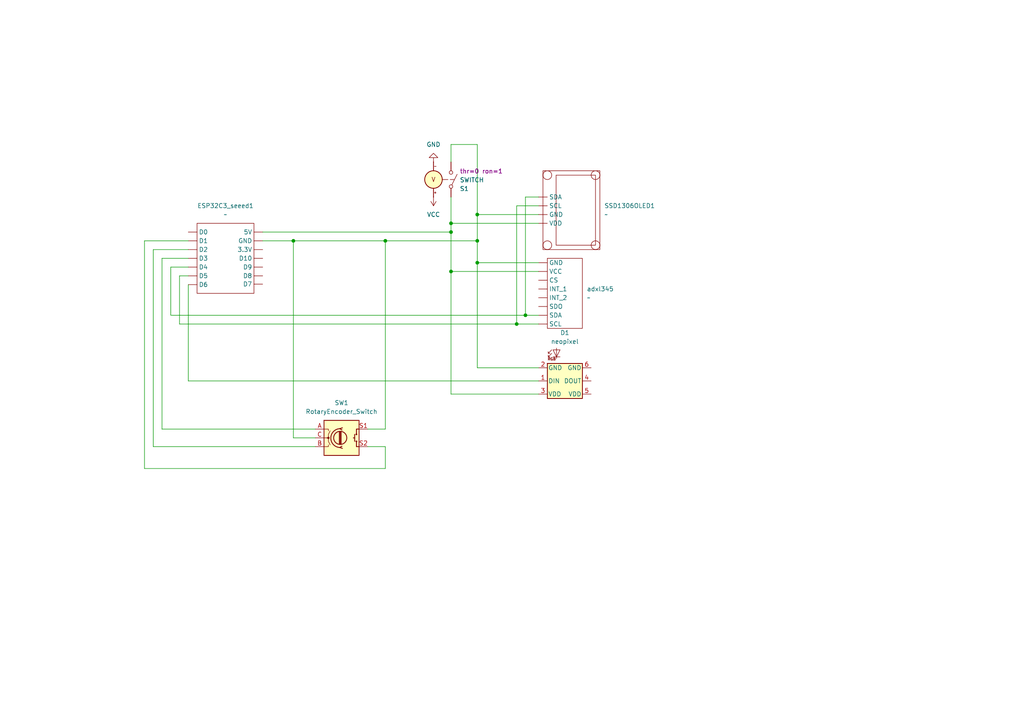
<source format=kicad_sch>
(kicad_sch (version 20250114) (generator "eeschema") (generator_version "9.0")
  (paper "A4")
  (lib_symbols
    (symbol "Device:RotaryEncoder_Switch" (pin_names (offset 0.254) (hide yes))
      (property "Reference" "SW" (at 0 6.604 0))
      (property "Value" "RotaryEncoder_Switch" (at 0 -6.604 0))
      (symbol "RotaryEncoder_Switch_0_1"
        (rectangle (start -5.08 5.08) (end 5.08 -5.08) (stroke (width 0.254)) (fill (type background)))
        (polyline (pts (xy -5.08 2.54) (xy -3.81 2.54) (xy -3.81 2.032)))
        (polyline (pts (xy -5.08 0) (xy -3.81 0) (xy -3.81 -1.016) (xy -3.302 -2.032)))
        (polyline (pts (xy -5.08 -2.54) (xy -3.81 -2.54) (xy -3.81 -2.032)))
        (polyline (pts (xy -4.318 0) (xy -3.81 0) (xy -3.81 1.016) (xy -3.302 2.032)))
        (circle (center -3.81 0) (radius 0.254) (fill (type outline)))
        (polyline (pts (xy -0.635 -1.778) (xy -0.635 1.778)) (stroke (width 0.254)))
        (circle (center -0.381 0) (radius 1.905) (stroke (width 0.254)))
        (polyline (pts (xy -0.381 -1.778) (xy -0.381 1.778)) (stroke (width 0.254)))
        (arc (start -0.381 -2.794) (mid -3.0988 -0.0635) (end -0.381 2.667) (stroke (width 0.254)))
        (polyline (pts (xy -0.127 1.778) (xy -0.127 -1.778)) (stroke (width 0.254)))
        (polyline (pts (xy 0.254 2.921) (xy -0.508 2.667) (xy 0.127 2.286)) (stroke (width 0.254)))
        (polyline (pts (xy 0.254 -3.048) (xy -0.508 -2.794) (xy 0.127 -2.413)) (stroke (width 0.254)))
        (polyline (pts (xy 3.81 1.016) (xy 3.81 -1.016)) (stroke (width 0.254)))
        (polyline (pts (xy 3.81 0) (xy 3.429 0)) (stroke (width 0.254)))
        (circle (center 4.318 1.016) (radius 0.127) (stroke (width 0.254)))
        (circle (center 4.318 -1.016) (radius 0.127) (stroke (width 0.254)))
        (polyline (pts (xy 5.08 2.54) (xy 4.318 2.54) (xy 4.318 1.016)) (stroke (width 0.254)))
        (polyline (pts (xy 5.08 -2.54) (xy 4.318 -2.54) (xy 4.318 -1.016)) (stroke (width 0.254)))
      )
      (symbol "RotaryEncoder_Switch_1_1"
        (pin passive line (at -7.62 2.54 0) (length 2.54) (name "A") (number "A"))
        (pin passive line (at -7.62 0 0) (length 2.54) (name "C") (number "C"))
        (pin passive line (at -7.62 -2.54 0) (length 2.54) (name "B") (number "B"))
        (pin passive line (at 7.62 2.54 180) (length 2.54) (name "S1") (number "S1"))
        (pin passive line (at 7.62 -2.54 180) (length 2.54) (name "S2") (number "S2"))
      )
    )
    (symbol "New_Library:ESP32C3"
      (property "Reference" "ESP32C3_seeed" (at 0 0 0))
      (symbol "ESP32C3_0_1"
        (rectangle (start 3.81 21.59) (end 20.32 1.27))
      )
      (symbol "ESP32C3_1_1"
        (pin bidirectional line (at 1.27 19.05 0) (length 2.54) (name "D0") (number ""))
        (pin bidirectional line (at 1.27 16.51 0) (length 2.54) (name "D1") (number ""))
        (pin bidirectional line (at 1.27 13.97 0) (length 2.54) (name "D2") (number ""))
        (pin bidirectional line (at 1.27 11.43 0) (length 2.54) (name "D3") (number ""))
        (pin bidirectional line (at 1.27 8.89 0) (length 2.54) (name "D4") (number ""))
        (pin bidirectional line (at 1.27 6.35 0) (length 2.54) (name "D5") (number ""))
        (pin bidirectional line (at 1.27 3.81 0) (length 2.54) (name "D6") (number ""))
        (pin bidirectional line (at 22.8404 3.953 180) (length 2.54) (name "D7") (number ""))
        (pin power_in line (at 22.86 19.05 180) (length 2.54) (name "5V") (number ""))
        (pin power_in line (at 22.86 16.51 180) (length 2.54) (name "GND") (number ""))
        (pin power_in line (at 22.86 13.97 180) (length 2.54) (name "3.3V") (number ""))
        (pin bidirectional line (at 22.86 11.43 180) (length 2.54) (name "D10") (number ""))
        (pin bidirectional line (at 22.86 8.89 180) (length 2.54) (name "D9") (number ""))
        (pin bidirectional line (at 22.86 6.35 180) (length 2.54) (name "D8") (number ""))
      )
    )
    (symbol "New_Library:SSD1306_OLED"
      (property "Reference" "SSD1306OLED" (at 0 0 0))
      (symbol "SSD1306_OLED_0_1"
        (rectangle (start 1.27 20.32) (end 24.13 3.81))
        (circle (center 2.54 19.05) (radius 1.27))
        (rectangle (start 2.54 16.51) (end 22.86 5.08))
        (circle (center 2.54 5.08) (radius 1.27))
        (circle (center 22.86 19.05) (radius 1.27))
        (circle (center 22.86 5.08) (radius 1.27))
      )
      (symbol "SSD1306_OLED_1_1"
        (pin power_in line (at 8.89 21.59 270) (length 2.54) (name "VDD") (number ""))
        (pin power_in line (at 11.43 21.59 270) (length 2.54) (name "GND") (number ""))
        (pin bidirectional line (at 13.97 21.59 270) (length 2.54) (name "SCL") (number ""))
        (pin bidirectional line (at 16.51 21.59 270) (length 2.54) (name "SDA") (number ""))
      )
    )
    (symbol "New_Library:adxl345"
      (property "Reference" "adxl345" (at -0.254 -3.302 0))
      (symbol "adxl345_0_1"
        (rectangle (start 5.08 19.05) (end 15.24 -1.27))
      )
      (symbol "adxl345_1_1"
        (pin input line (at 2.54 17.78 0) (length 2.54) (name "GND") (number ""))
        (pin input line (at 2.54 15.24 0) (length 2.54) (name "VCC") (number ""))
        (pin input line (at 2.54 12.7 0) (length 2.54) (name "CS") (number ""))
        (pin output line (at 2.54 10.16 0) (length 2.54) (name "INT_1") (number ""))
        (pin output line (at 2.54 7.62 0) (length 2.54) (name "INT_2") (number ""))
        (pin output line (at 2.54 5.08 0) (length 2.54) (name "SDO") (number ""))
        (pin bidirectional line (at 2.54 2.54 0) (length 2.54) (name "SDA") (number ""))
        (pin bidirectional line (at 2.54 0 0) (length 2.54) (name "SCL") (number ""))
      )
    )
    (symbol "New_Library:neopixel" (pin_names (offset 0.254))
      (property "Reference" "D" (at 5.08 5.715 0))
      (property "Value" "neopixel" (at 1.27 -5.715 0))
      (symbol "neopixel_0_0"
        (text "RGB" (at -3.81 6.35 0) (effects (font (size 0.762 0.762))))
      )
      (symbol "neopixel_0_1"
        (polyline (pts (xy -4.826 8.001) (xy -4.318 8.001)))
        (polyline (pts (xy -4.826 6.985) (xy -4.318 6.985)))
        (polyline (pts (xy -3.81 9.017) (xy -4.826 8.001) (xy -4.826 8.509)))
        (polyline (pts (xy -3.81 8.001) (xy -4.826 6.985) (xy -4.826 7.493)))
        (polyline (pts (xy -2.413 9.525) (xy -2.413 6.985) (xy -2.413 6.477)))
        (polyline (pts (xy -1.397 9.017) (xy -3.429 9.017) (xy -2.413 6.985) (xy -1.397 9.017)))
        (polyline (pts (xy -1.397 6.985) (xy -3.429 6.985)))
        (rectangle (start 5.08 5.08) (end -5.08 -5.08) (stroke (width 0.254)) (fill (type background)))
      )
      (symbol "neopixel_1_1"
        (pin power_in line (at -7.62 3.81 0) (length 2.54) (name "GND") (number "2"))
        (pin input line (at -7.62 0 0) (length 2.54) (name "DIN") (number "1"))
        (pin power_in line (at -7.62 -3.81 0) (length 2.54) (name "VDD") (number "3"))
        (pin output line (at 7.62 3.81 180) (length 2.54) (name "GND") (number "6"))
        (pin output line (at 7.62 0 180) (length 2.54) (name "DOUT") (number "4"))
        (pin output line (at 7.62 -3.81 180) (length 2.54) (name "VDD") (number "5"))
      )
    )
    (symbol "Simulation_SPICE:SWITCH" (pin_numbers (hide yes)) (pin_names (offset 1.016) (hide yes))
      (property "Reference" "S" (at 2.54 2.54 0))
      (property "Value" "SWITCH" (at 2.54 0 0))
      (property "Sim.Params" "thr=0 ron=1" (at 2.54 -2.54 0))
      (symbol "SWITCH_0_1"
        (circle (center 0 2.032) (radius 0.508))
        (circle (center 0 -2.032) (radius 0.508))
        (polyline (pts (xy 0.254 1.524) (xy 1.778 -1.524)))
      )
      (symbol "SWITCH_1_1"
        (circle (center -5.08 0) (radius 2.54) (stroke (width 0.254)) (fill (type background)))
        (polyline (pts (xy -4.826 3.81) (xy -4.318 3.81)))
        (polyline (pts (xy -4.826 -3.81) (xy -4.318 -3.81)))
        (polyline (pts (xy -4.572 4.064) (xy -4.572 3.556)))
        (polyline (pts (xy -2.54 0) (xy 0.889 0)) (stroke (width 0) (type dash)))
        (text "V" (at -5.08 0 0) (effects (font (size 1.27 1.27))))
        (pin input line (at -5.08 5.08 270) (length 2.54) (name "C+") (number "3"))
        (pin input line (at -5.08 -5.08 90) (length 2.54) (name "C-") (number "4"))
        (pin passive line (at 0 5.08 270) (length 2.54) (name "N+") (number "1"))
        (pin passive line (at 0 -5.08 90) (length 2.54) (name "N-") (number "2"))
      )
    )
    (symbol "power:GND" (power) (pin_numbers (hide yes)) (pin_names (offset 0) (hide yes))
      (property "Value" "GND" (at 0 -3.81 0))
      (symbol "GND_0_1"
        (polyline (pts (xy 0 0) (xy 0 -1.27) (xy 1.27 -1.27) (xy 0 -2.54) (xy -1.27 -1.27) (xy 0 -1.27)))
      )
      (symbol "GND_1_1"
        (pin power_in line (at 0 0 270) (length 0) (name "~") (number "1"))
      )
    )
    (symbol "power:VCC" (power) (pin_numbers (hide yes)) (pin_names (offset 0) (hide yes))
      (property "Value" "VCC" (at 0 3.556 0))
      (symbol "VCC_0_1"
        (polyline (pts (xy -0.762 1.27) (xy 0 2.54)))
        (polyline (pts (xy 0 2.54) (xy 0.762 1.27)))
        (polyline (pts (xy 0 0) (xy 0 2.54)))
      )
      (symbol "VCC_1_1"
        (pin power_in line (at 0 0 90) (length 0) (name "~") (number "1"))
      )
    )
  )
  (junction (at 152.4 91.44))
  (junction (at 149.86 93.98))
  (junction (at 138.43 76.2))
  (junction (at 138.43 69.85))
  (junction (at 138.43 62.23))
  (junction (at 130.81 64.77))
  (junction (at 130.81 78.74))
  (junction (at 111.76 69.85))
  (junction (at 85.09 69.85))
  (junction (at 130.81 67.31))
  (wire (pts (xy 52.07 93.98) (xy 149.86 93.98)))
  (wire (pts (xy 91.44 127) (xy 85.09 127)))
  (wire (pts (xy 156.21 57.15) (xy 152.4 57.15)))
  (wire (pts (xy 130.81 46.99) (xy 130.81 41.91)))
  (wire (pts (xy 106.68 129.54) (xy 111.76 129.54)))
  (wire (pts (xy 156.21 106.68) (xy 138.43 106.68)))
  (wire (pts (xy 49.53 77.47) (xy 49.53 91.44)))
  (wire (pts (xy 156.21 78.74) (xy 130.81 78.74)))
  (wire (pts (xy 111.76 69.85) (xy 138.43 69.85)))
  (wire (pts (xy 138.43 76.2) (xy 156.21 76.2)))
  (wire (pts (xy 41.91 135.89) (xy 41.91 69.85)))
  (wire (pts (xy 54.61 110.49) (xy 156.21 110.49)))
  (wire (pts (xy 85.09 69.85) (xy 111.76 69.85)))
  (wire (pts (xy 130.81 78.74) (xy 130.81 67.31)))
  (wire (pts (xy 149.86 59.69) (xy 149.86 93.98)))
  (wire (pts (xy 149.86 93.98) (xy 156.21 93.98)))
  (wire (pts (xy 138.43 69.85) (xy 138.43 76.2)))
  (wire (pts (xy 111.76 129.54) (xy 111.76 135.89)))
  (wire (pts (xy 138.43 62.23) (xy 138.43 69.85)))
  (wire (pts (xy 44.45 72.39) (xy 54.61 72.39)))
  (wire (pts (xy 41.91 69.85) (xy 54.61 69.85)))
  (wire (pts (xy 138.43 62.23) (xy 156.21 62.23)))
  (wire (pts (xy 106.68 124.46) (xy 111.76 124.46)))
  (wire (pts (xy 44.45 129.54) (xy 44.45 72.39)))
  (wire (pts (xy 152.4 57.15) (xy 152.4 91.44)))
  (wire (pts (xy 54.61 82.55) (xy 54.61 110.49)))
  (wire (pts (xy 130.81 64.77) (xy 130.81 67.31)))
  (wire (pts (xy 85.09 69.85) (xy 85.09 127)))
  (wire (pts (xy 111.76 135.89) (xy 41.91 135.89)))
  (wire (pts (xy 156.21 59.69) (xy 149.86 59.69)))
  (wire (pts (xy 52.07 80.01) (xy 52.07 93.98)))
  (wire (pts (xy 152.4 91.44) (xy 156.21 91.44)))
  (wire (pts (xy 130.81 78.74) (xy 130.81 114.3)))
  (wire (pts (xy 46.99 74.93) (xy 54.61 74.93)))
  (wire (pts (xy 54.61 77.47) (xy 49.53 77.47)))
  (wire (pts (xy 130.81 57.15) (xy 130.81 64.77)))
  (wire (pts (xy 85.09 69.85) (xy 76.2 69.85)))
  (wire (pts (xy 130.81 41.91) (xy 138.43 41.91)))
  (wire (pts (xy 91.44 124.46) (xy 46.99 124.46)))
  (wire (pts (xy 138.43 76.2) (xy 138.43 106.68)))
  (wire (pts (xy 49.53 91.44) (xy 152.4 91.44)))
  (wire (pts (xy 91.44 129.54) (xy 44.45 129.54)))
  (wire (pts (xy 130.81 64.77) (xy 156.21 64.77)))
  (wire (pts (xy 130.81 114.3) (xy 156.21 114.3)))
  (wire (pts (xy 54.61 80.01) (xy 52.07 80.01)))
  (wire (pts (xy 111.76 69.85) (xy 111.76 124.46)))
  (wire (pts (xy 138.43 41.91) (xy 138.43 62.23)))
  (wire (pts (xy 46.99 124.46) (xy 46.99 74.93)))
  (wire (pts (xy 76.2 67.31) (xy 130.81 67.31)))
  (symbol (lib_id "New_Library:adxl345") (at 153.67 93.98 0) (unit 1)
    (property "Reference" "adxl345" (at 170.18 83.8199 0) (effects (justify left)))
    (property "Value" "~" (at 170.18 86.3599 0) (effects (justify left)))
  )
  (symbol (lib_id "Simulation_SPICE:SWITCH") (at 130.81 52.07 0) (mirror x) (unit 1)
    (property "Reference" "S1" (at 133.35 54.7371 0) (effects (justify left)))
    (property "Value" "SWITCH" (at 133.35 52.1971 0) (effects (justify left)))
    (property "Datasheet" "https://ngspice.sourceforge.io/docs/ngspice-html-manual/manual.xhtml#subsec_Switches" (effects (hide yes)))
    (property "Description" "Voltage controlled switch symbol for simulation only" (effects (hide yes)))
    (property "Sim.Device" "SW" (effects (hide yes)))
    (property "Sim.Type" "V" (effects (hide yes)))
    (property "Sim.Params" "thr=0 ron=1" (at 133.35 49.6571 0) (effects (justify left)))
    (property "Sim.Pins" "1=no+ 2=no- 3=ctrl+ 4=ctrl-" (effects (hide yes)))
  )
  (symbol (lib_id "power:GND") (at 125.73 46.99 180) (unit 1)
    (property "Reference" "#PWR02" (effects (hide yes)))
    (property "Value" "GND" (at 125.73 41.91 0))
    (property "Description" "Power symbol creates a global label with name \"GND\" , ground" (effects (hide yes)))
  )
  (symbol (lib_id "Device:RotaryEncoder_Switch") (at 99.06 127 0) (unit 1)
    (property "Reference" "SW1" (at 99.06 116.84 0))
    (property "Value" "RotaryEncoder_Switch" (at 99.06 119.38 0))
    (property "Description" "Rotary encoder, dual channel, incremental quadrate outputs, with switch" (effects (hide yes)))
  )
  (symbol (lib_id "New_Library:SSD1306_OLED") (at 177.8 73.66 90) (unit 1)
    (property "Reference" "SSD1306OLED1" (at 175.26 59.6899 90) (effects (justify right)))
    (property "Value" "~" (at 175.26 62.2299 90) (effects (justify right)))
  )
  (symbol (lib_id "New_Library:neopixel") (at 163.83 110.49 0) (unit 1)
    (property "Reference" "D1" (at 163.83 96.52 0))
    (property "Value" "neopixel" (at 163.83 99.06 0))
    (property "Datasheet" "https://www.adafruit.com/product/1938" (effects (hide yes)))
    (property "Description" "RGB LED with integrated controller, 5mm/8mm LED package" (effects (hide yes)))
  )
  (symbol (lib_id "power:VCC") (at 125.73 57.15 0) (mirror x) (unit 1)
    (property "Reference" "#PWR01" (effects (hide yes)))
    (property "Value" "VCC" (at 125.73 62.23 0))
    (property "Description" "Power symbol creates a global label with name \"VCC\"" (effects (hide yes)))
  )
  (symbol (lib_id "New_Library:ESP32C3") (at 53.34 86.36 0) (unit 1)
    (property "Reference" "ESP32C3_seeed1" (at 65.405 59.69 0))
    (property "Value" "~" (at 65.405 62.23 0))
  )
)
</source>
